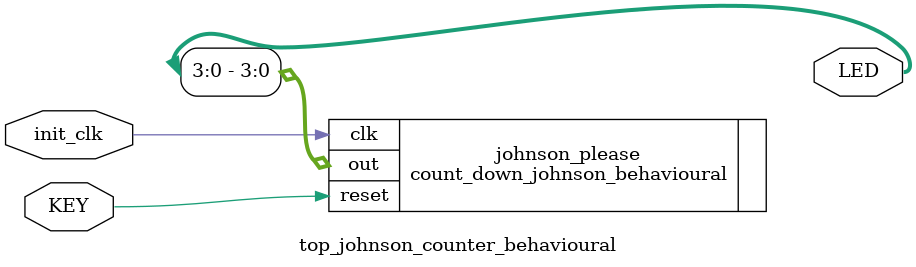
<source format=v>
module top_johnson_counter_behavioural(KEY, LED, init_clk);
	input init_clk, KEY;
	output[9:0] LED;

//	reg[26:0] tBase; //  system timebase
//	wire slow_clk, inv_q;
//	
//	always @(posedge init_clk) tBase <= tBase + 1'b1; 	         //  build the timebase
//	
//	D_FF time_flip (.q(slow_clk), .qBar(inv_q), .D(inv_q), .clk(tBase[24]), .rst(KEY));  //  uses system clock / 2^19 ~= 10 cycles per second
//	
//	count_down_johnson_behavioural johnson_please (.out(LED[3:0]), .reset(KEY), .clk(slow_clk));
	
	count_down_johnson_behavioural johnson_please (.out(LED[3:0]), .reset(KEY), .clk(init_clk));
endmodule 
</source>
